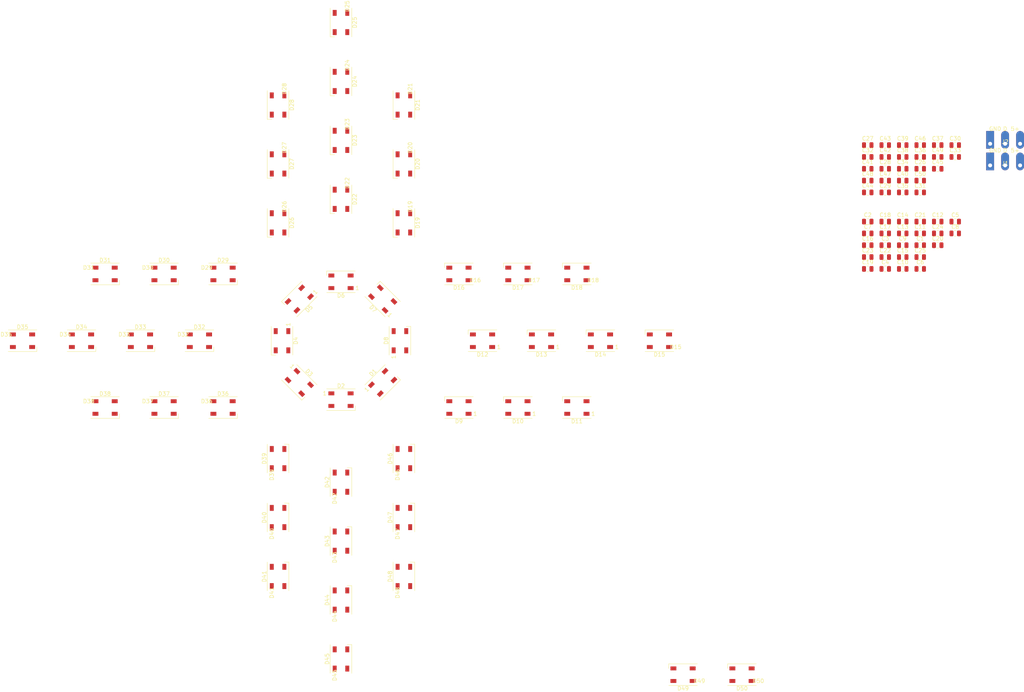
<source format=kicad_pcb>
(kicad_pcb (version 20211014) (generator pcbnew)
  (layers (0 "F.Cu" signal) (31 "B.Cu" signal) (34 "B.Paste" user) (35 "F.Paste" user) (36 "B.SilkS" user "B.Silkscreen") (37 "F.SilkS" user "F.Silkscreen") (38 "B.Mask" user) (39 "F.Mask" user) (44 "Edge.Cuts" user))
  (net 0 "")
  (net 1 "+5V")
  (net 2 "Net-(D1-Pad2)")
  (net 3 "GND")
  (net 4 "/25 LEDs/DIN")
  (net 5 "Net-(D2-Pad2)")
  (net 6 "Net-(D3-Pad2)")
  (net 7 "Net-(D4-Pad2)")
  (net 8 "Net-(D5-Pad2)")
  (net 9 "Net-(D6-Pad2)")
  (net 10 "Net-(D7-Pad2)")
  (net 11 "Net-(D8-Pad2)")
  (net 12 "Net-(D10-Pad4)")
  (net 13 "Net-(D10-Pad2)")
  (net 14 "Net-(D11-Pad2)")
  (net 15 "Net-(D12-Pad2)")
  (net 16 "Net-(D13-Pad2)")
  (net 17 "Net-(D14-Pad2)")
  (net 18 "Net-(D15-Pad2)")
  (net 19 "Net-(D16-Pad2)")
  (net 20 "Net-(D17-Pad2)")
  (net 21 "Net-(D18-Pad2)")
  (net 22 "Net-(D19-Pad2)")
  (net 23 "Net-(D20-Pad2)")
  (net 24 "Net-(D21-Pad2)")
  (net 25 "Net-(D22-Pad2)")
  (net 26 "Net-(D23-Pad2)")
  (net 27 "Net-(D24-Pad2)")
  (net 28 "/25 LEDs/DOUT")
  (net 29 "Net-(D26-Pad2)")
  (net 30 "Net-(D27-Pad2)")
  (net 31 "Net-(D28-Pad2)")
  (net 32 "Net-(D29-Pad2)")
  (net 33 "Net-(D30-Pad2)")
  (net 34 "Net-(D31-Pad2)")
  (net 35 "Net-(D32-Pad2)")
  (net 36 "Net-(D33-Pad2)")
  (net 37 "Net-(D34-Pad2)")
  (net 38 "Net-(D35-Pad2)")
  (net 39 "Net-(D36-Pad2)")
  (net 40 "Net-(D37-Pad2)")
  (net 41 "Net-(D38-Pad2)")
  (net 42 "Net-(D39-Pad2)")
  (net 43 "Net-(D40-Pad2)")
  (net 44 "Net-(D41-Pad2)")
  (net 45 "Net-(D42-Pad2)")
  (net 46 "Net-(D43-Pad2)")
  (net 47 "Net-(D44-Pad2)")
  (net 48 "Net-(D45-Pad2)")
  (net 49 "Net-(D46-Pad2)")
  (net 50 "Net-(D47-Pad2)")
  (net 51 "Net-(D48-Pad2)")
  (net 52 "Net-(D49-Pad2)")
  (net 53 "/25 LEDs1/DOUT")
  (footprint "LED_SMD:LED_WS2812B_PLCC4_5.0x5.0mm_P3.2mm" (layer "F.Cu") (at 96 114 90)
    (fp_text reference "D46" (at 0 -3.5 90) (layer "F.SilkS"))
    (fp_text value "WS2812B")
    (fp_text user "${REFERENCE}" (at -4.15 -1.6 90) (layer "F.SilkS"))
    (pad "1" smd rect (at -2.45 -1.6 90) (size 1.5 1) (layers "F.Cu" "F.Paste" "F.Mask") (net 1 "+5V"))
    (pad "2" smd rect (at -2.45 1.6 90) (size 1.5 1) (layers "F.Cu" "F.Paste" "F.Mask") (net 49 "Net-(D46-Pad2)"))
    (pad "3" smd rect (at 2.45 1.6 90) (size 1.5 1) (layers "F.Cu" "F.Paste" "F.Mask") (net 3 "GND"))
    (pad "4" smd rect (at 2.45 -1.6 90) (size 1.5 1) (layers "F.Cu" "F.Paste" "F.Mask") (net 48 "Net-(D45-Pad2)"))
  )
  (footprint "Capacitor_SMD:C_0805_2012Metric" (layer "F.Cu") (at 227.33 43.24)
    (fp_text reference "C50" (at 0 -1.68) (layer "F.SilkS"))
    (fp_text value "0.1 uF")
    (pad "1" smd roundrect (at -0.95 0) (size 1 1.45) (layers "F.Cu" "F.Paste" "F.Mask") (net 3 "GND"))
    (pad "2" smd roundrect (at 0.95 0) (size 1 1.45) (layers "F.Cu" "F.Paste" "F.Mask") (net 1 "+5V"))
  )
  (footprint "LED_SMD:LED_WS2812B_PLCC4_5.0x5.0mm_P3.2mm" (layer "F.Cu") (at 140 101 180)
    (fp_text reference "D11" (at 0 -3.5) (layer "F.SilkS"))
    (fp_text value "WS2812B")
    (fp_text user "1" (at -4.15 -1.6) (layer "F.SilkS"))
    (pad "1" smd rect (at -2.45 -1.6 180) (size 1.5 1) (layers "F.Cu" "F.Paste" "F.Mask") (net 1 "+5V"))
    (pad "2" smd rect (at -2.45 1.6 180) (size 1.5 1) (layers "F.Cu" "F.Paste" "F.Mask") (net 14 "Net-(D11-Pad2)"))
    (pad "3" smd rect (at 2.45 1.6 180) (size 1.5 1) (layers "F.Cu" "F.Paste" "F.Mask") (net 3 "GND"))
    (pad "4" smd rect (at 2.45 -1.6 180) (size 1.5 1) (layers "F.Cu" "F.Paste" "F.Mask") (net 13 "Net-(D10-Pad2)"))
  )
  (footprint "LED_SMD:LED_WS2812B_PLCC4_5.0x5.0mm_P3.2mm" (layer "F.Cu") (at 182 169 180)
    (fp_text reference "D50" (at 0 -3.5) (layer "F.SilkS"))
    (fp_text value "WS2812B")
    (fp_text user "${REFERENCE}" (at -4.15 -1.6) (layer "F.SilkS"))
    (pad "1" smd rect (at -2.45 -1.6 180) (size 1.5 1) (layers "F.Cu" "F.Paste" "F.Mask") (net 1 "+5V"))
    (pad "2" smd rect (at -2.45 1.6 180) (size 1.5 1) (layers "F.Cu" "F.Paste" "F.Mask") (net 53 "/25 LEDs1/DOUT"))
    (pad "3" smd rect (at 2.45 1.6 180) (size 1.5 1) (layers "F.Cu" "F.Paste" "F.Mask") (net 3 "GND"))
    (pad "4" smd rect (at 2.45 -1.6 180) (size 1.5 1) (layers "F.Cu" "F.Paste" "F.Mask") (net 52 "Net-(D49-Pad2)"))
  )
  (footprint "Capacitor_SMD:C_0805_2012Metric" (layer "F.Cu") (at 236.23 34.21)
    (fp_text reference "C30" (at 0 -1.68) (layer "F.SilkS"))
    (fp_text value "0.1 uF")
    (pad "1" smd roundrect (at -0.95 0) (size 1 1.45) (layers "F.Cu" "F.Paste" "F.Mask") (net 3 "GND"))
    (pad "2" smd roundrect (at 0.95 0) (size 1 1.45) (layers "F.Cu" "F.Paste" "F.Mask") (net 1 "+5V"))
  )
  (footprint "LED_SMD:LED_WS2812B_PLCC4_5.0x5.0mm_P3.2mm" (layer "F.Cu") (at 29 84)
    (fp_text reference "D33" (at 0 -3.5) (layer "F.SilkS"))
    (fp_text value "WS2812B")
    (fp_text user "${REFERENCE}" (at -4.15 -1.6) (layer "F.SilkS"))
    (pad "1" smd rect (at -2.45 -1.6) (size 1.5 1) (layers "F.Cu" "F.Paste" "F.Mask") (net 1 "+5V"))
    (pad "2" smd rect (at -2.45 1.6) (size 1.5 1) (layers "F.Cu" "F.Paste" "F.Mask") (net 36 "Net-(D33-Pad2)"))
    (pad "3" smd rect (at 2.45 1.6) (size 1.5 1) (layers "F.Cu" "F.Paste" "F.Mask") (net 3 "GND"))
    (pad "4" smd rect (at 2.45 -1.6) (size 1.5 1) (layers "F.Cu" "F.Paste" "F.Mask") (net 35 "Net-(D32-Pad2)"))
  )
  (footprint "Capacitor_SMD:C_0805_2012Metric" (layer "F.Cu") (at 213.98 59.69)
    (fp_text reference "C16" (at 0 -1.68) (layer "F.SilkS"))
    (fp_text value "0.1 uF")
    (pad "1" smd roundrect (at -0.95 0) (size 1 1.45) (layers "F.Cu" "F.Paste" "F.Mask") (net 3 "GND"))
    (pad "2" smd roundrect (at 0.95 0) (size 1 1.45) (layers "F.Cu" "F.Paste" "F.Mask") (net 1 "+5V"))
  )
  (footprint "LED_SMD:LED_WS2812B_PLCC4_5.0x5.0mm_P3.2mm" (layer "F.Cu") (at 14 84)
    (fp_text reference "D34" (at 0 -3.5) (layer "F.SilkS"))
    (fp_text value "WS2812B")
    (fp_text user "${REFERENCE}" (at -4.15 -1.6) (layer "F.SilkS"))
    (pad "1" smd rect (at -2.45 -1.6) (size 1.5 1) (layers "F.Cu" "F.Paste" "F.Mask") (net 1 "+5V"))
    (pad "2" smd rect (at -2.45 1.6) (size 1.5 1) (layers "F.Cu" "F.Paste" "F.Mask") (net 37 "Net-(D34-Pad2)"))
    (pad "3" smd rect (at 2.45 1.6) (size 1.5 1) (layers "F.Cu" "F.Paste" "F.Mask") (net 3 "GND"))
    (pad "4" smd rect (at 2.45 -1.6) (size 1.5 1) (layers "F.Cu" "F.Paste" "F.Mask") (net 36 "Net-(D33-Pad2)"))
  )
  (footprint "LED_SMD:LED_WS2812B_PLCC4_5.0x5.0mm_P3.2mm" (layer "F.Cu") (at 80 165 90)
    (fp_text reference "D45" (at 0 -3.5 90) (layer "F.SilkS"))
    (fp_text value "WS2812B")
    (fp_text user "${REFERENCE}" (at -4.15 -1.6 90) (layer "F.SilkS"))
    (pad "1" smd rect (at -2.45 -1.6 90) (size 1.5 1) (layers "F.Cu" "F.Paste" "F.Mask") (net 1 "+5V"))
    (pad "2" smd rect (at -2.45 1.6 90) (size 1.5 1) (layers "F.Cu" "F.Paste" "F.Mask") (net 48 "Net-(D45-Pad2)"))
    (pad "3" smd rect (at 2.45 1.6 90) (size 1.5 1) (layers "F.Cu" "F.Paste" "F.Mask") (net 3 "GND"))
    (pad "4" smd rect (at 2.45 -1.6 90) (size 1.5 1) (layers "F.Cu" "F.Paste" "F.Mask") (net 47 "Net-(D44-Pad2)"))
  )
  (footprint "Capacitor_SMD:C_0805_2012Metric" (layer "F.Cu") (at 218.43 53.67)
    (fp_text reference "C18" (at 0 -1.68) (layer "F.SilkS"))
    (fp_text value "0.1 uF")
    (pad "1" smd roundrect (at -0.95 0) (size 1 1.45) (layers "F.Cu" "F.Paste" "F.Mask") (net 3 "GND"))
    (pad "2" smd roundrect (at 0.95 0) (size 1 1.45) (layers "F.Cu" "F.Paste" "F.Mask") (net 1 "+5V"))
  )
  (footprint "Library:3 pin LED conn" (layer "F.Cu") (at 248.92 33.87)
    (fp_text reference "J2" (at 0 -0.5 unlocked) (layer "F.SilkS"))
    (fp_text value "Conn_01x03")
    (fp_text user "GND" (at -2.54 -3.81 unlocked) (layer "F.SilkS"))
    (fp_text user "D" (at 0 -3.81 unlocked) (layer "F.SilkS"))
    (fp_text user "5+" (at 2.54 -3.81 unlocked) (layer "F.SilkS"))
    (pad "1" thru_hole oval (at 3.81 0) (size 2 4.5) (drill 1 (offset 0 -1)) (layers *.Cu *.Mask) (net 1 "+5V"))
    (pad "2" thru_hole oval (at 0 0) (size 2 4.5) (drill 1 (offset 0 -1)) (layers *.Cu *.Mask) (net 53 "/25 LEDs1/DOUT"))
    (pad "3" thru_hole rect (at -3.81 0) (size 2 4.5) (drill 1 (offset 0 -1)) (layers *.Cu *.Mask) (net 3 "GND"))
  )
  (footprint "LED_SMD:LED_WS2812B_PLCC4_5.0x5.0mm_P3.2mm" (layer "F.Cu") (at 94.999999 84 90)
    (fp_text reference "D8" (at 0 -3.5 90) (layer "F.SilkS"))
    (fp_text value "WS2812B")
    (fp_text user "1" (at -4.15 -1.6 90) (layer "F.SilkS"))
    (pad "1" smd rect (at -2.45 -1.6 90) (size 1.5 1) (layers "F.Cu" "F.Paste" "F.Mask") (net 1 "+5V"))
    (pad "2" smd rect (at -2.45 1.6 90) (size 1.5 1) (layers "F.Cu" "F.Paste" "F.Mask") (net 11 "Net-(D8-Pad2)"))
    (pad "3" smd rect (at 2.45 1.6 90) (size 1.5 1) (layers "F.Cu" "F.Paste" "F.Mask") (net 3 "GND"))
    (pad "4" smd rect (at 2.45 -1.6 90) (size 1.5 1) (layers "F.Cu" "F.Paste" "F.Mask") (net 10 "Net-(D7-Pad2)"))
  )
  (footprint "Capacitor_SMD:C_0805_2012Metric" (layer "F.Cu") (at 222.88 46.25)
    (fp_text reference "C35" (at 0 -1.68) (layer "F.SilkS"))
    (fp_text value "0.1 uF")
    (pad "1" smd roundrect (at -0.95 0) (size 1 1.45) (layers "F.Cu" "F.Paste" "F.Mask") (net 3 "GND"))
    (pad "2" smd roundrect (at 0.95 0) (size 1 1.45) (layers "F.Cu" "F.Paste" "F.Mask") (net 1 "+5V"))
  )
  (footprint "Capacitor_SMD:C_0805_2012Metric" (layer "F.Cu") (at 222.88 40.23)
    (fp_text reference "C34" (at 0 -1.68) (layer "F.SilkS"))
    (fp_text value "0.1 uF")
    (pad "1" smd roundrect (at -0.95 0) (size 1 1.45) (layers "F.Cu" "F.Paste" "F.Mask") (net 3 "GND"))
    (pad "2" smd roundrect (at 0.95 0) (size 1 1.45) (layers "F.Cu" "F.Paste" "F.Mask") (net 1 "+5V"))
  )
  (footprint "Capacitor_SMD:C_0805_2012Metric" (layer "F.Cu") (at 213.98 56.68)
    (fp_text reference "C7" (at 0 -1.68) (layer "F.SilkS"))
    (fp_text value "0.1 uF")
    (pad "1" smd roundrect (at -0.95 0) (size 1 1.45) (layers "F.Cu" "F.Paste" "F.Mask") (net 3 "GND"))
    (pad "2" smd roundrect (at 0.95 0) (size 1 1.45) (layers "F.Cu" "F.Paste" "F.Mask") (net 1 "+5V"))
  )
  (footprint "LED_SMD:LED_WS2812B_PLCC4_5.0x5.0mm_P3.2mm" (layer "F.Cu") (at 64 39 -90)
    (fp_text reference "D27" (at 0 -3.5 90) (layer "F.SilkS"))
    (fp_text value "WS2812B")
    (fp_text user "${REFERENCE}" (at -4.15 -1.6 90) (layer "F.SilkS"))
    (pad "1" smd rect (at -2.45 -1.6 270) (size 1.5 1) (layers "F.Cu" "F.Paste" "F.Mask") (net 1 "+5V"))
    (pad "2" smd rect (at -2.45 1.6 270) (size 1.5 1) (layers "F.Cu" "F.Paste" "F.Mask") (net 30 "Net-(D27-Pad2)"))
    (pad "3" smd rect (at 2.45 1.6 270) (size 1.5 1) (layers "F.Cu" "F.Paste" "F.Mask") (net 3 "GND"))
    (pad "4" smd rect (at 2.45 -1.6 270) (size 1.5 1) (layers "F.Cu" "F.Paste" "F.Mask") (net 29 "Net-(D26-Pad2)"))
  )
  (footprint "Capacitor_SMD:C_0805_2012Metric" (layer "F.Cu") (at 231.78 59.69)
    (fp_text reference "C20" (at 0 -1.68) (layer "F.SilkS"))
    (fp_text value "0.1 uF")
    (pad "1" smd roundrect (at -0.95 0) (size 1 1.45) (layers "F.Cu" "F.Paste" "F.Mask") (net 3 "GND"))
    (pad "2" smd roundrect (at 0.95 0) (size 1 1.45) (layers "F.Cu" "F.Paste" "F.Mask") (net 1 "+5V"))
  )
  (footprint "LED_SMD:LED_WS2812B_PLCC4_5.0x5.0mm_P3.2mm" (layer "F.Cu") (at 96 54 -90)
    (fp_text reference "D19" (at 0 -3.5 90) (layer "F.SilkS"))
    (fp_text value "WS2812B")
    (fp_text user "${REFERENCE}" (at -4.15 -1.6 90) (layer "F.SilkS"))
    (pad "1" smd rect (at -2.45 -1.6 270) (size 1.5 1) (layers "F.Cu" "F.Paste" "F.Mask") (net 1 "+5V"))
    (pad "2" smd rect (at -2.45 1.6 270) (size 1.5 1) (layers "F.Cu" "F.Paste" "F.Mask") (net 22 "Net-(D19-Pad2)"))
    (pad "3" smd rect (at 2.45 1.6 270) (size 1.5 1) (layers "F.Cu" "F.Paste" "F.Mask") (net 3 "GND"))
    (pad "4" smd rect (at 2.45 -1.6 270) (size 1.5 1) (layers "F.Cu" "F.Paste" "F.Mask") (net 21 "Net-(D18-Pad2)"))
  )
  (footprint "Capacitor_SMD:C_0805_2012Metric" (layer "F.Cu") (at 213.98 40.23)
    (fp_text reference "C41" (at 0 -1.68) (layer "F.SilkS"))
    (fp_text value "0.1 uF")
    (pad "1" smd roundrect (at -0.95 0) (size 1 1.45) (layers "F.Cu" "F.Paste" "F.Mask") (net 3 "GND"))
    (pad "2" smd roundrect (at 0.95 0) (size 1 1.45) (layers "F.Cu" "F.Paste" "F.Mask") (net 1 "+5V"))
  )
  (footprint "Capacitor_SMD:C_0805_2012Metric" (layer "F.Cu") (at 227.33 59.69)
    (fp_text reference "C1" (at 0 -1.68) (layer "F.SilkS"))
    (fp_text value "0.1 uF")
    (pad "1" smd roundrect (at -0.95 0) (size 1 1.45) (layers "F.Cu" "F.Paste" "F.Mask") (net 3 "GND"))
    (pad "2" smd roundrect (at 0.95 0) (size 1 1.45) (layers "F.Cu" "F.Paste" "F.Mask") (net 1 "+5V"))
  )
  (footprint "Capacitor_SMD:C_0805_2012Metric" (layer "F.Cu") (at 227.33 46.25)
    (fp_text reference "C31" (at 0 -1.68) (layer "F.SilkS"))
    (fp_text value "0.1 uF")
    (pad "1" smd roundrect (at -0.95 0) (size 1 1.45) (layers "F.Cu" "F.Paste" "F.Mask") (net 3 "GND"))
    (pad "2" smd roundrect (at 0.95 0) (size 1 1.45) (layers "F.Cu" "F.Paste" "F.Mask") (net 1 "+5V"))
  )
  (footprint "Capacitor_SMD:C_0805_2012Metric" (layer "F.Cu") (at 231.78 37.22)
    (fp_text reference "C49" (at 0 -1.68) (layer "F.SilkS"))
    (fp_text value "0.1 uF")
    (pad "1" smd roundrect (at -0.95 0) (size 1 1.45) (layers "F.Cu" "F.Paste" "F.Mask") (net 3 "GND"))
    (pad "2" smd roundrect (at 0.95 0) (size 1 1.45) (layers "F.Cu" "F.Paste" "F.Mask") (net 1 "+5V"))
  )
  (footprint "Capacitor_SMD:C_0805_2012Metric" (layer "F.Cu") (at 236.23 37.22)
    (fp_text reference "C33" (at 0 -1.68) (layer "F.SilkS"))
    (fp_text value "0.1 uF")
    (pad "1" smd roundrect (at -0.95 0) (size 1 1.45) (layers "F.Cu" "F.Paste" "F.Mask") (net 3 "GND"))
    (pad "2" smd roundrect (at 0.95 0) (size 1 1.45) (layers "F.Cu" "F.Paste" "F.Mask") (net 1 "+5V"))
  )
  (footprint "Capacitor_SMD:C_0805_2012Metric" (layer "F.Cu") (at 236.23 53.67)
    (fp_text reference "C5" (at 0 -1.68) (layer "F.SilkS"))
    (fp_text value "0.1 uF")
    (pad "1" smd roundrect (at -0.95 0) (size 1 1.45) (layers "F.Cu" "F.Paste" "F.Mask") (net 3 "GND"))
    (pad "2" smd roundrect (at 0.95 0) (size 1 1.45) (layers "F.Cu" "F.Paste" "F.Mask") (net 1 "+5V"))
  )
  (footprint "LED_SMD:LED_WS2812B_PLCC4_5.0x5.0mm_P3.2mm" (layer "F.Cu") (at 90.606601 73.393398 135)
    (fp_text reference "D7" (at 0 -3.5 135) (layer "F.SilkS"))
    (fp_text value "WS2812B")
    (fp_text user "1" (at -4.15 -1.6 135) (layer "F.SilkS"))
    (pad "1" smd rect (at -2.45 -1.6 135) (size 1.5 1) (layers "F.Cu" "F.Paste" "F.Mask") (net 1 "+5V"))
    (pad "2" smd rect (at -2.45 1.6 135) (size 1.5 1) (layers "F.Cu" "F.Paste" "F.Mask") (net 10 "Net-(D7-Pad2)"))
    (pad "3" smd rect (at 2.45 1.6 135) (size 1.5 1) (layers "F.Cu" "F.Paste" "F.Mask") (net 3 "GND"))
    (pad "4" smd rect (at 2.45 -1.6 135) (size 1.5 1) (layers "F.Cu" "F.Paste" "F.Mask") (net 9 "Net-(D6-Pad2)"))
  )
  (footprint "LED_SMD:LED_WS2812B_PLCC4_5.0x5.0mm_P3.2mm" (layer "F.Cu") (at 65 84 -90)
    (fp_text reference "D4" (at 0 -3.499999 90) (layer "F.SilkS"))
    (fp_text value "WS2812B")
    (fp_text user "1" (at -4.15 -1.599999 90) (layer "F.SilkS"))
    (pad "1" smd rect (at -2.45 -1.6 270) (size 1.5 1) (layers "F.Cu" "F.Paste" "F.Mask") (net 1 "+5V"))
    (pad "2" smd rect (at -2.45 1.6 270) (size 1.5 1) (layers "F.Cu" "F.Paste" "F.Mask") (net 7 "Net-(D4-Pad2)"))
    (pad "3" smd rect (at 2.45 1.6 270) (size 1.5 1) (layers "F.Cu" "F.Paste" "F.Mask") (net 3 "GND"))
    (pad "4" smd rect (at 2.45 -1.6 270) (size 1.5 1) (layers "F.Cu" "F.Paste" "F.Mask") (net 6 "Net-(D3-Pad2)"))
  )
  (footprint "Capacitor_SMD:C_0805_2012Metric" (layer "F.Cu") (at 222.88 65.71)
    (fp_text reference "C10" (at 0 -1.68) (layer "F.SilkS"))
    (fp_text value "0.1 uF")
    (pad "1" smd roundrect (at -0.95 0) (size 1 1.45) (layers "F.Cu" "F.Paste" "F.Mask") (net 3 "GND"))
    (pad "2" smd roundrect (at 0.95 0) (size 1 1.45) (layers "F.Cu" "F.Paste" "F.Mask") (net 1 "+5V"))
  )
  (footprint "Capacitor_SMD:C_0805_2012Metric" (layer "F.Cu") (at 213.98 37.22)
    (fp_text reference "C32" (at 0 -1.68) (layer "F.SilkS"))
    (fp_text value "0.1 uF")
    (pad "1" smd roundrect (at -0.95 0) (size 1 1.45) (layers "F.Cu" "F.Paste" "F.Mask") (net 3 "GND"))
    (pad "2" smd roundrect (at 0.95 0) (size 1 1.45) (layers "F.Cu" "F.Paste" "F.Mask") (net 1 "+5V"))
  )
  (footprint "LED_SMD:LED_WS2812B_PLCC4_5.0x5.0mm_P3.2mm" (layer "F.Cu") (at 69.393397 94.606602 -45)
    (fp_text reference "D3" (at 0 -3.5 135) (layer "F.SilkS"))
    (fp_text value "WS2812B")
    (fp_text user "1" (at -4.15 -1.6 135) (layer "F.SilkS"))
    (pad "1" smd rect (at -2.45 -1.6 315) (size 1.5 1) (layers "F.Cu" "F.Paste" "F.Mask") (net 1 "+5V"))
    (pad "2" smd rect (at -2.45 1.6 315) (size 1.5 1) (layers "F.Cu" "F.Paste" "F.Mask") (net 6 "Net-(D3-Pad2)"))
    (pad "3" smd rect (at 2.45 1.6 315) (size 1.5 1) (layers "F.Cu" "F.Paste" "F.Mask") (net 3 "GND"))
    (pad "4" smd rect (at 2.45 -1.6 315) (size 1.5 1) (layers "F.Cu" "F.Paste" "F.Mask") (net 5 "Net-(D2-Pad2)"))
  )
  (footprint "Capacitor_SMD:C_0805_2012Metric" (layer "F.Cu") (at 218.43 37.22)
    (fp_text reference "C42" (at 0 -1.68) (layer "F.SilkS"))
    (fp_text value "0.1 uF")
    (pad "1" smd roundrect (at -0.95 0) (size 1 1.45) (layers "F.Cu" "F.Paste" "F.Mask") (net 3 "GND"))
    (pad "2" smd roundrect (at 0.95 0) (size 1 1.45) (layers "F.Cu" "F.Paste" "F.Mask") (net 1 "+5V"))
  )
  (footprint "Capacitor_SMD:C_0805_2012Metric" (layer "F.Cu") (at 218.43 59.69)
    (fp_text reference "C3" (at 0 -1.68) (layer "F.SilkS"))
    (fp_text value "0.1 uF")
    (pad "1" smd roundrect (at -0.95 0) (size 1 1.45) (layers "F.Cu" "F.Paste" "F.Mask") (net 3 "GND"))
    (pad "2" smd roundrect (at 0.95 0) (size 1 1.45) (layers "F.Cu" "F.Paste" "F.Mask") (net 1 "+5V"))
  )
  (footprint "Capacitor_SMD:C_0805_2012Metric" (layer "F.Cu") (at 227.33 53.67)
    (fp_text reference "C21" (at 0 -1.68) (layer "F.SilkS"))
    (fp_text value "0.1 uF")
    (pad "1" smd roundrect (at -0.95 0) (size 1 1.45) (layers "F.Cu" "F.Paste" "F.Mask") (net 3 "GND"))
    (pad "2" smd roundrect (at 0.95 0) (size 1 1.45) (layers "F.Cu" "F.Paste" "F.Mask") (net 1 "+5V"))
  )
  (footprint "LED_SMD:LED_WS2812B_PLCC4_5.0x5.0mm_P3.2mm" (layer "F.Cu") (at -1 84)
    (fp_text reference "D35" (at 0 -3.5) (layer "F.SilkS"))
    (fp_text value "WS2812B")
    (fp_text user "${REFERENCE}" (at -4.15 -1.6) (layer "F.SilkS"))
    (pad "1" smd rect (at -2.45 -1.6) (size 1.5 1) (layers "F.Cu" "F.Paste" "F.Mask") (net 1 "+5V"))
    (pad "2" smd rect (at -2.45 1.6) (size 1.5 1) (layers "F.Cu" "F.Paste" "F.Mask") (net 38 "Net-(D35-Pad2)"))
    (pad "3" smd rect (at 2.45 1.6) (size 1.5 1) (layers "F.Cu" "F.Paste" "F.Mask") (net 3 "GND"))
    (pad "4" smd rect (at 2.45 -1.6) (size 1.5 1) (layers "F.Cu" "F.Paste" "F.Mask") (net 37 "Net-(D34-Pad2)"))
  )
  (footprint "Capacitor_SMD:C_0805_2012Metric" (layer "F.Cu") (at 213.98 43.24)
    (fp_text reference "C48" (at 0 -1.68) (layer "F.SilkS"))
    (fp_text value "0.1 uF")
    (pad "1" smd roundrect (at -0.95 0) (size 1 1.45) (layers "F.Cu" "F.Paste" "F.Mask") (net 3 "GND"))
    (pad "2" smd roundrect (at 0.95 0) (size 1 1.45) (layers "F.Cu" "F.Paste" "F.Mask") (net 1 "+5V"))
  )
  (footprint "Capacitor_SMD:C_0805_2012Metric" (layer "F.Cu") (at 227.33 56.68)
    (fp_text reference "C11" (at 0 -1.68) (layer "F.SilkS"))
    (fp_text value "0.1 uF")
    (pad "1" smd roundrect (at -0.95 0) (size 1 1.45) (layers "F.Cu" "F.Paste" "F.Mask") (net 3 "GND"))
    (pad "2" smd roundrect (at 0.95 0) (size 1 1.45) (layers "F.Cu" "F.Paste" "F.Mask") (net 1 "+5V"))
  )
  (footprint "LED_SMD:LED_WS2812B_PLCC4_5.0x5.0mm_P3.2mm" (layer "F.Cu") (at 20 101)
    (fp_text reference "D38" (at 0 -3.5) (layer "F.SilkS"))
    (fp_text value "WS2812B")
    (fp_text user "${REFERENCE}" (at -4.15 -1.6) (layer "F.SilkS"))
    (pad "1" smd rect (at -2.45 -1.6) (size 1.5 1) (layers "F.Cu" "F.Paste" "F.Mask") (net 1 "+5V"))
    (pad "2" smd rect (at -2.45 1.6) (size 1.5 1) (layers "F.Cu" "F.Paste" "F.Mask") (net 41 "Net-(D38-Pad2)"))
    (pad "3" smd rect (at 2.45 1.6) (size 1.5 1) (layers "F.Cu" "F.Paste" "F.Mask") (net 3 "GND"))
    (pad "4" smd rect (at 2.45 -1.6) (size 1.5 1) (layers "F.Cu" "F.Paste" "F.Mask") (net 40 "Net-(D37-Pad2)"))
  )
  (footprint "Capacitor_SMD:C_0805_2012Metric" (layer "F.Cu") (at 227.33 65.71)
    (fp_text reference "C6" (at 0 -1.68) (layer "F.SilkS"))
    (fp_text value "0.1 uF")
    (pad "1" smd roundrect (at -0.95 0) (size 1 1.45) (layers "F.Cu" "F.Paste" "F.Mask") (net 3 "GND"))
    (pad "2" smd roundrect (at 0.95 0) (size 1 1.45) (layers "F.Cu" "F.Paste" "F.Mask") (net 1 "+5V"))
  )
  (footprint "LED_SMD:LED_WS2812B_PLCC4_5.0x5.0mm_P3.2mm" (layer "F.Cu") (at 35 67)
    (fp_text reference "D30" (at 0 -3.5) (layer "F.SilkS"))
    (fp_text value "WS2812B")
    (fp_text user "${REFERENCE}" (at -4.15 -1.6) (layer "F.SilkS"))
    (pad "1" smd rect (at -2.45 -1.6) (size 1.5 1) (layers "F.Cu" "F.Paste" "F.Mask") (net 1 "+5V"))
    (pad "2" smd rect (at -2.45 1.6) (size 1.5 1) (layers "F.Cu" "F.Paste" "F.Mask") (net 33 "Net-(D30-Pad2)"))
    (pad "3" smd rect (at 2.45 1.6) (size 1.5 1) (layers "F.Cu" "F.Paste" "F.Mask") (net 3 "GND"))
    (pad "4" smd rect (at 2.45 -1.6) (size 1.5 1) (layers "F.Cu" "F.Paste" "F.Mask") (net 32 "Net-(D29-Pad2)"))
  )
  (footprint "LED_SMD:LED_WS2812B_PLCC4_5.0x5.0mm_P3.2mm" (layer "F.Cu") (at 80 99)
    (fp_text reference "D2" (at -0.000001 -3.5) (layer "F.SilkS"))
    (fp_text value "WS2812B")
    (fp_text user "1" (at -4.150001 -1.6) (layer "F.SilkS"))
    (pad "1" smd rect (at -2.45 -1.6) (size 1.5 1) (layers "F.Cu" "F.Paste" "F.Mask") (net 1 "+5V"))
    (pad "2" smd rect (at -2.45 1.6) (size 1.5 1) (layers "F.Cu" "F.Paste" "F.Mask") (net 5 "Net-(D2-Pad2)"))
    (pad "3" smd rect (at 2.45 1.6) (size 1.5 1) (layers "F.Cu" "F.Paste" "F.Mask") (net 3 "GND"))
    (pad "4" smd rect (at 2.45 -1.6) (size 1.5 1) (layers "F.Cu" "F.Paste" "F.Mask") (net 2 "Net-(D1-Pad2)"))
  )
  (footprint "LED_SMD:LED_WS2812B_PLCC4_5.0x5.0mm_P3.2mm" (layer "F.Cu") (at 64 54 -90)
    (fp_text reference "D26" (at 0 -3.5 90) (layer "F.SilkS"))
    (fp_text value "WS2812B")
    (fp_text user "${REFERENCE}" (at -4.15 -1.6 90) (layer "F.SilkS"))
    (pad "1" smd rect (at -2.45 -1.6 270) (size 1.5 1) (layers "F.Cu" "F.Paste" "F.Mask") (net 1 "+5V"))
    (pad "2" smd rect (at -2.45 1.6 270) (size 1.5 1) (layers "F.Cu" "F.Paste" "F.Mask") (net 29 "Net-(D26-Pad2)"))
    (pad "3" smd rect (at 2.45 1.6 270) (size 1.5 1) (layers "F.Cu" "F.Paste" "F.Mask") (net 3 "GND"))
    (pad "4" smd rect (at 2.45 -1.6 270) (size 1.5 1) (layers "F.Cu" "F.Paste" "F.Mask") (net 28 "/25 LEDs/DOUT"))
  )
  (footprint "LED_SMD:LED_WS2812B_PLCC4_5.0x5.0mm_P3.2mm" (layer "F.Cu") (at 116 84 180)
    (fp_text reference "D12" (at 0 -3.5) (layer "F.SilkS"))
    (fp_text value "WS2812B")
    (fp_text user "1" (at -4.15 -1.6) (layer "F.SilkS"))
    (pad "1" smd rect (at -2.45 -1.6 180) (size 1.5 1) (layers "F.Cu" "F.Paste" "F.Mask") (net 1 "+5V"))
    (pad "2" smd rect (at -2.45 1.6 180) (size 1.5 1) (layers "F.Cu" "F.Paste" "F.Mask") (net 15 "Net-(D12-Pad2)"))
    (pad "3" smd rect (at 2.45 1.6 180) (size 1.5 1) (layers "F.Cu" "F.Paste" "F.Mask") (net 3 "GND"))
    (pad "4" smd rect (at 2.45 -1.6 180) (size 1.5 1) (layers "F.Cu" "F.Paste" "F.Mask") (net 14 "Net-(D11-Pad2)"))
  )
  (footprint "LED_SMD:LED_WS2812B_PLCC4_5.0x5.0mm_P3.2mm" (layer "F.Cu") (at 161 84 180)
    (fp_text reference "D15" (at 0 -3.5) (layer "F.SilkS"))
    (fp_text value "WS2812B")
    (fp_text user "${REFERENCE}" (at -4.15 -1.6) (layer "F.SilkS"))
    (pad "1" smd rect (at -2.45 -1.6 180) (size 1.5 1) (layers "F.Cu" "F.Paste" "F.Mask") (net 1 "+5V"))
    (pad "2" smd rect (at -2.45 1.6 180) (size 1.5 1) (layers "F.Cu" "F.Paste" "F.Mask") (net 18 "Net-(D15-Pad2)"))
    (pad "3" smd rect (at 2.45 1.6 180) (size 1.5 1) (layers "F.Cu" "F.Paste" "F.Mask") (net 3 "GND"))
    (pad "4" smd rect (at 2.45 -1.6 180) (size 1.5 1) (layers "F.Cu" "F.Paste" "F.Mask") (net 17 "Net-(D14-Pad2)"))
  )
  (footprint "LED_SMD:LED_WS2812B_PLCC4_5.0x5.0mm_P3.2mm" (layer "F.Cu") (at 69.393397 73.393398 -135)
    (fp_text reference "D5" (at 0 -3.5 45) (layer "F.SilkS"))
    (fp_text value "WS2812B")
    (fp_text user "1" (at -4.15 -1.6 45) (layer "F.SilkS"))
    (pad "1" smd rect (at -2.45 -1.6 225) (size 1.5 1) (layers "F.Cu" "F.Paste" "F.Mask") (net 1 "+5V"))
    (pad "2" smd rect (at -2.45 1.6 225) (size 1.5 1) (layers "F.Cu" "F.Paste" "F.Mask") (net 8 "Net-(D5-Pad2)"))
    (pad "3" smd rect (at 2.45 1.6 225) (size 1.5 1) (layers "F.Cu" "F.Paste" "F.Mask") (net 3 "GND"))
    (pad "4" smd rect (at 2.45 -1.6 225) (size 1.5 1) (layers "F.Cu" "F.Paste" "F.Mask") (net 7 "Net-(D4-Pad2)"))
  )
  (footprint "LED_SMD:LED_WS2812B_PLCC4_5.0x5.0mm_P3.2mm" (layer "F.Cu") (at 80 33 -90)
    (fp_text reference "D23" (at 0 -3.5 90) (layer "F.SilkS"))
    (fp_text value "WS2812B")
    (fp_text user "${REFERENCE}" (at -4.15 -1.6 90) (layer "F.SilkS"))
    (pad "1" smd rect (at -2.45 -1.6 270) (size 1.5 1) (layers "F.Cu" "F.Paste" "F.Mask") (net 1 "+5V"))
    (pad "2" smd rect (at -2.45 1.6 270) (size 1.5 1) (layers "F.Cu" "F.Paste" "F.Mask") (net 26 "Net-(D23-Pad2)"))
    (pad "3" smd rect (at 2.45 1.6 270) (size 1.5 1) (layers "F.Cu" "F.Paste" "F.Mask") (net 3 "GND"))
    (pad "4" smd rect (at 2.45 -1.6 270) (size 1.5 1) (layers "F.Cu" "F.Paste" "F.Mask") (net 25 "Net-(D22-Pad2)"))
  )
  (footprint "Capacitor_SMD:C_0805_2012Metric" (layer "F.Cu") (at 222.88 37.22)
    (fp_text reference "C38" (at 0 -1.68) (layer "F.SilkS"))
    (fp_text value "0.1 uF")
    (pad "1" smd roundrect (at -0.95 0) (size 1 1.45) (layers "F.Cu" "F.Paste" "F.Mask") (net 3 "GND"))
    (pad "2" smd roundrect (at 0.95 0) (size 1 1.45) (layers "F.Cu" "F.Paste" "F.Mask") (net 1 "+5V"))
  )
  (footprint "LED_SMD:LED_WS2812B_PLCC4_5.0x5.0mm_P3.2mm" (layer "F.Cu") (at 125 101 180)
    (fp_text reference "D10" (at 0 -3.5) (layer "F.SilkS"))
    (fp_text value "WS2812B")
    (fp_text user "1" (at -4.15 -1.6) (layer "F.SilkS"))
    (pad "1" smd rect (at -2.45 -1.6 180) (size 1.5 1) (layers "F.Cu" "F.Paste" "F.Mask") (net 1 "+5V"))
    (pad "2" smd rect (at -2.45 1.6 180) (size 1.5 1) (layers "F.Cu" "F.Paste" "F.Mask") (net 13 "Net-(D10-Pad2)"))
    (pad "3" smd rect (at 2.45 1.6 180) (size 1.5 1) (layers "F.Cu" "F.Paste" "F.Mask") (net 3 "GND"))
    (pad "4" smd rect (at 2.45 -1.6 180) (size 1.5 1) (layers "F.Cu" "F.Paste" "F.Mask") (net 12 "Net-(D10-Pad4)"))
  )
  (footprint "LED_SMD:LED_WS2812B_PLCC4_5.0x5.0mm_P3.2mm" (layer "F.Cu") (at 96 144 90)
    (fp_text reference "D48" (at 0 -3.5 90) (layer "F.SilkS"))
    (fp_text value "WS2812B")
    (fp_text user "${REFERENCE}" (at -4.15 -1.6 90) (layer "F.SilkS"))
    (pad "1" smd rect (at -2.45 -1.6 90) (size 1.5 1) (layers "F.Cu" "F.Paste" "F.Mask") (net 1 "+5V"))
    (pad "2" smd rect (at -2.45 1.6 90) (size 1.5 1) (layers "F.Cu" "F.Paste" "F.Mask") (net 51 "Net-(D48-Pad2)"))
    (pad "3" smd rect (at 2.45 1.6 90) (size 1.5 1) (layers "F.Cu" "F.Paste" "F.Mask") (net 3 "GND"))
    (pad "4" smd rect (at 2.45 -1.6 90) (size 1.5 1) (layers "F.Cu" "F.Paste" "F.Mask") (net 50 "Net-(D47-Pad2)"))
  )
  (footprint "Capacitor_SMD:C_0805_2012Metric" (layer "F.Cu") (at 231.78 34.21)
    (fp_text reference "C37" (at 0 -1.68) (layer "F.SilkS"))
    (fp_text value "0.1 uF")
    (pad "1" smd roundrect (at -0.95 0) (size 1 1.45) (layers "F.Cu" "F.Paste" "F.Mask") (net 3 "GND"))
    (pad "2" smd roundrect (at 0.95 0) (size 1 1.45) (layers "F.Cu" "F.Paste" "F.Mask") (net 1 "+5V"))
  )
  (footprint "LED_SMD:LED_WS2812B_PLCC4_5.0x5.0mm_P3.2mm" (layer "F.Cu") (at 80 69 180)
    (fp_text reference "D6" (at 0.000001 -3.5) (layer "F.SilkS"))
    (fp_text value "WS2812B")
    (fp_text user "1" (at -4.149999 -1.6) (layer "F.SilkS"))
    (pad "1" smd rect (at -2.45 -1.6 180) (size 1.5 1) (layers "F.Cu" "F.Paste" "F.Mask") (net 1 "+5V"))
    (pad "2" smd rect (at -2.45 1.6 180) (size 1.5 1) (layers "F.Cu" "F.Paste" "F.Mask") (net 9 "Net-(D6-Pad2)"))
    (pad "3" smd rect (at 2.45 1.6 180) (size 1.5 1) (layers "F.Cu" "F.Paste" "F.Mask") (net 3 "GND"))
    (pad "4" smd rect (at 2.45 -1.6 180) (size 1.5 1) (layers "F.Cu" "F.Paste" "F.Mask") (net 8 "Net-(D5-Pad2)"))
  )
  (footprint "LED_SMD:LED_WS2812B_PLCC4_5.0x5.0mm_P3.2mm" (layer "F.Cu") (at 167 169 180)
    (fp_text reference "D49" (at 0 -3.5) (layer "F.SilkS"))
    (fp_text value "WS2812B")
    (fp_text user "${REFERENCE}" (at -4.15 -1.6) (layer "F.SilkS"))
    (pad "1" smd rect (at -2.45 -1.6 180) (size 1.5 1) (layers "F.Cu" "F.Paste" "F.Mask") (net 1 "+5V"))
    (pad "2" smd rect (at -2.45 1.6 180) (size 1.5 1) (layers "F.Cu" "F.Paste" "F.Mask") (net 52 "Net-(D49-Pad2)"))
    (pad "3" smd rect (at 2.45 1.6 180) (size 1.5 1) (layers "F.Cu" "F.Paste" "F.Mask") (net 3 "GND"))
    (pad "4" smd rect (at 2.45 -1.6 180) (size 1.5 1) (layers "F.Cu" "F.Paste" "F.Mask") (net 51 "Net-(D48-Pad2)"))
  )
  (footprint "LED_SMD:LED_WS2812B_PLCC4_5.0x5.0mm_P3.2mm" (layer "F.Cu") (at 80 135 90)
    (fp_text reference "D43" (at 0 -3.5 90) (layer "F.SilkS"))
    (fp_text value "WS2812B")
    (fp_text user "${REFERENCE}" (at -4.15 -1.6 90) (layer "F.SilkS"))
    (pad "1" smd rect (at -2.45 -1.6 90) (size 1.5 1) (layers "F.Cu" "F.Paste" "F.Mask") (net 1 "+5V"))
    (pad "2" smd rect (at -2.45 1.6 90) (size 1.5 1) (layers "F.Cu" "F.Paste" "F.Mask") (net 46 "Net-(D43-Pad2)"))
    (pad "3" smd rect (at 2.45 1.6 90) (size 1.5 1) (layers "F.Cu" "F.Paste" "F.Mask") (net 3 "GND"))
    (pad "4" smd rect (at 2.45 -1.6 90) (size 1.5 1) (layers "F.Cu" "F.Paste" "F.Mask") (net 45 "Net-(D42-Pad2)"))
  )
  (footprint "LED_SMD:LED_WS2812B_PLCC4_5.0x5.0mm_P3.2mm" (layer "F.Cu") (at 44 84)
    (fp_text reference "D32" (at 0 -3.5) (layer "F.SilkS"))
    (fp_text value "WS2812B")
    (fp_text user "${REFERENCE}" (at -4.15 -1.6) (layer "F.SilkS"))
    (pad "1" smd rect (at -2.45 -1.6) (size 1.5 1) (layers "F.Cu" "F.Paste" "F.Mask") (net 1 "+5V"))
    (pad "2" smd rect (at -2.45 1.6) (size 1.5 1) (layers "F.Cu" "F.Paste" "F.Mask") (net 35 "Net-(D32-Pad2)"))
    (pad "3" smd rect (at 2.45 1.6) (size 1.5 1) (layers "F.Cu" "F.Paste" "F.Mask") (net 3 "GND"))
    (pad "4" smd rect (at 2.45 -1.6) (size 1.5 1) (layers "F.Cu" "F.Paste" "F.Mask") (net 34 "Net-(D31-Pad2)"))
  )
  (footprint "Capacitor_SMD:C_0805_2012Metric" (layer "F.Cu") (at 218.43 62.7)
    (fp_text reference "C22" (at 0 -1.68) (layer "F.SilkS"))
    (fp_text value "0.1 uF")
    (pad "1" smd roundrect (at -0.95 0) (size 1 1.45) (layers "F.Cu" "F.Paste" "F.Mask") (net 3 "GND"))
    (pad "2" smd roundrect (at 0.95 0) (size 1 1.45) (layers "F.Cu" "F.Paste" "F.Mask") (net 1 "+5V"))
  )
  (footprint "Capacitor_SMD:C_0805_2012Metric" (layer "F.Cu") (at 227.33 40.23)
    (fp_text reference "C26" (at 0 -1.68) (layer "F.SilkS"))
    (fp_text value "0.1 uF")
    (pad "1" smd roundrect (at -0.95 0) (size 1 1.45) (layers "F.Cu" "F.Paste" "F.Mask") (net 3 "GND"))
    (pad "2" smd roundrect (at 0.95 0) (size 1 1.45) (layers "F.Cu" "F.Paste" "F.Mask") (net 1 "+5V"))
  )
  (footprint "LED_SMD:LED_WS2812B_PLCC4_5.0x5.0mm_P3.2mm" (layer "F.Cu") (at 64 129 90)
    (fp_text reference "D40" (at 0 -3.5 90) (layer "F.SilkS"))
    (fp_text value "WS2812B")
    (fp_text user "${REFERENCE}" (at -4.15 -1.6 90) (layer "F.SilkS"))
    (pad "1" smd rect (at -2.45 -1.6 90) (size 1.5 1) (layers "F.Cu" "F.Paste" "F.Mask") (net 1 "+5V"))
    (pad "2" smd rect (at -2.45 1.6 90) (size 1.5 1) (layers "F.Cu" "F.Paste" "F.Mask") (net 43 "Net-(D40-Pad2)"))
    (pad "3" smd rect (at 2.45 1.6 90) (size 1.5 1) (layers "F.Cu" "F.Paste" "F.Mask") (net 3 "GND"))
    (pad "4" smd rect (at 2.45 -1.6 90) (size 1.5 1) (layers "F.Cu" "F.Paste" "F.Mask") (net 42 "Net-(D39-Pad2)"))
  )
  (footprint "Capacitor_SMD:C_0805_2012Metric" (layer "F.Cu") (at 227.33 34.21)
    (fp_text reference "C46" (at 0 -1.68) (layer "F.SilkS"))
    (fp_text value "0.1 uF")
    (pad "1" smd roundrect (at -0.95 0) (size 1 1.45) (layers "F.Cu" "F.Paste" "F.Mask") (net 3 "GND"))
    (pad "2" smd roundrect (at 0.95 0) (size 1 1.45) (layers "F.Cu" "F.Paste" "F.Mask") (net 1 "+5V"))
  )
  (footprint "Library:3 pin LED conn" (layer "F.Cu") (at 248.92 39.37)
    (fp_text reference "J1" (at 0 -0.5 unlocked) (layer "F.SilkS"))
    (fp_text value "Conn_01x03")
    (fp_text user "GND" (at -2.54 -3.81 unlocked) (layer "F.SilkS"))
    (fp_text user "5+" (at 2.54 -3.81 unlocked) (layer "F.SilkS"))
    (fp_text user "D" (at 0 -3.81 unlocked) (layer "F.SilkS"))
    (pad "1" thru_hole oval (at 3.81 0) (size 2 4.5) (drill 1 (offset 0 -1)) (layers *.Cu *.Mask) (net 1 "+5V"))
    (pad "2" thru_hole oval (at 0 0) (size 2 4.5) (drill 1 (offset 0 -1)) (layers *.Cu *.Mask) (net 4 "/25 LEDs/DIN"))
    (pad "3" thru_hole rect (at -3.81 0) (size 2 4.5) (drill 1 (offset 0 -1)) (layers *.Cu *.Mask) (net 3 "GND"))
  )
  (footprint "Capacitor_SMD:C_0805_2012Metric" (layer "F.Cu") (at 213.98 46.25)
    (fp_text reference "C44" (at 0 -1.68) (layer "F.SilkS"))
    (fp_text value "0.1 uF")
    (pad "1" smd roundrect (at -0.95 0) (size 1 1.45) (layers "F.Cu" "F.Paste" "F.Mask") (net 3 "GND"))
    (pad "2" smd roundrect (at 0.95 0) (size 1 1.45) (layers "F.Cu" "F.Paste" "F.Mask") (net 1 "+5V"))
  )
  (footprint "LED_SMD:LED_WS2812B_PLCC4_5.0x5.0mm_P3.2mm" (layer "F.Cu") (at 140 67 180)
    (fp_text reference "D18" (at 0 -3.5) (layer "F.SilkS"))
    (fp_text value "WS2812B")
    (fp_text user "${REFERENCE}" (at -4.15 -1.6) (layer "F.SilkS"))
    (pad "1" smd rect (at -2.45 -1.6 180) (size 1.5 1) (layers "F.Cu" "F.Paste" "F.Mask") (net 1 "+5V"))
    (pad "2" smd rect (at -2.45 1.6 180) (size 1.5 1) (layers "F.Cu" "F.Paste" "F.Mask") (net 21 "Net-(D18-Pad2)"))
    (pad "3" smd rect (at 2.45 1.6 180) (size 1.5 1) (layers "F.Cu" "F.Paste" "F.Mask") (net 3 "GND"))
    (pad "4" smd rect (at 2.45 -1.6 180) (size 1.5 1) (layers "F.Cu" "F.Paste" "F.Mask") (net 20 "Net-(D17-Pad2)"))
  )
  (footprint "LED_SMD:LED_WS2812B_PLCC4_5.0x5.0mm_P3.2mm" (layer "F.Cu") (at 50 67)
    (fp_text reference "D29" (at 0 -3.5) (layer "F.SilkS"))
    (fp_text value "WS2812B")
    (fp_text user "${REFERENCE}" (at -4.15 -1.6) (layer "F.SilkS"))
    (pad "1" smd rect (at -2.45 -1.6) (size 1.5 1) (layers "F.Cu" "F.Paste" "F.Mask") (net 1 "+5V"))
    (pad "2" smd rect (at -2.45 1.6) (size 1.5 1) (layers "F.Cu" "F.Paste" "F.Mask") (net 32 "Net-(D29-Pad2)"))
    (pad "3" smd rect (at 2.45 1.6) (size 1.5 1) (layers "F.Cu" "F.Paste" "F.Mask") (net 3 "GND"))
    (pad "4" smd rect (at 2.45 -1.6) (size 1.5 1) (layers "F.Cu" "F.Paste" "F.Mask") (net 31 "Net-(D28-Pad2)"))
  )
  (footprint "Capacitor_SMD:C_0805_2012Metric" (layer "F.Cu") (at 213.98 65.71)
    (fp_text reference "C19" (at 0 -1.68) (layer "F.SilkS"))
    (fp_text value "0.1 uF")
    (pad "1" smd roundrect (at -0.95 0) (size 1 1.45) (layers "F.Cu" "F.Paste" "F.Mask") (net 3 "GND"))
    (pad "2" smd roundrect (at 0.95 0) (size 1 1.45) (layers "F.Cu" "F.Paste" "F.Mask") (net 1 "+5V"))
  )
  (footprint "LED_SMD:LED_WS2812B_PLCC4_5.0x5.0mm_P3.2mm" (layer "F.Cu") (at 35 101)
    (fp_text reference "D37" (at 0 -3.5) (layer "F.SilkS"))
    (fp_text value "WS2812B")
    (fp_text user "${REFERENCE}" (at -4.15 -1.6) (layer "F.SilkS"))
    (pad "1" smd rect (at -2.45 -1.6) (size 1.5 1) (layers "F.Cu" "F.Paste" "F.Mask") (net 1 "+5V"))
    (pad "2" smd rect (at -2.45 1.6) (size 1.5 1) (layers "F.Cu" "F.Paste" "F.Mask") (net 40 "Net-(D37-Pad2)"))
    (pad "3" smd rect (at 2.45 1.6) (size 1.5 1) (layers "F.Cu" "F.Paste" "F.Mask") (net 3 "GND"))
    (pad "4" smd rect (at 2.45 -1.6) (size 1.5 1) (layers "F.Cu" "F.Paste" "F.Mask") (net 39 "Net-(D36-Pad2)"))
  )
  (footprint "LED_SMD:LED_WS2812B_PLCC4_5.0x5.0mm_P3.2mm" (layer "F.Cu") (at 80 18 -90)
    (fp_text reference "D24" (at 0 -3.5 90) (layer "F.SilkS"))
    (fp_text value "WS2812B")
    (fp_text user "${REFERENCE}" (at -4.15 -1.6 90) (layer "F.SilkS"))
    (pad "1" smd rect (at -2.45 -1.6 270) (size 1.5 1) (layers "F.Cu" "F.Paste" "F.Mask") (net 1 "+5V"))
    (pad "2" smd rect (at -2.45 1.6 270) (size 1.5 1) (layers "F.Cu" "F.Paste" "F.Mask") (net 27 "Net-(D24-Pad2)"))
    (pad "3" smd rect (at 2.45 1.6 270) (size 1.5 1) (layers "F.Cu" "F.Paste" "F.Mask") (net 3 "GND"))
    (pad "4" smd rect (at 2.45 -1.6 270) (size 1.5 1) (layers "F.Cu" "F.Paste" "F.Mask") (net 26 "Net-(D23-Pad2)"))
  )
  (footprint "LED_SMD:LED_WS2812B_PLCC4_5.0x5.0mm_P3.2mm" (layer "F.Cu") (at 125 67 180)
    (fp_text reference "D17" (at 0 -3.5) (layer "F.SilkS"))
    (fp_text value "WS2812B")
    (fp_text user "${REFERENCE}" (at -4.15 -1.6) (layer "F.SilkS"))
    (pad "1" smd rect (at -2.45 -1.6 180) (size 1.5 1) (layers "F.Cu" "F.Paste" "F.Mask") (net 1 "+5V"))
    (pad "2" smd rect (at -2.45 1.6 180) (size 1.5 1) (layers "F.Cu" "F.Paste" "F.Mask") (net 20 "Net-(D17-Pad2)"))
    (pad "3" smd rect (at 2.45 1.6 180) (size 1.5 1) (layers "F.Cu" "F.Paste" "F.Mask") (net 3 "GND"))
    (pad "4" smd rect (at 2.45 -1.6 180) (size 1.5 1) (layers "F.Cu" "F.Paste" "F.Mask") (net 19 "Net-(D16-Pad2)"))
  )
  (footprint "LED_SMD:LED_WS2812B_PLCC4_5.0x5.0mm_P3.2mm" (layer "F.Cu") (at 96 24 -90)
    (fp_text reference "D21" (at 0 -3.5 90) (layer "F.SilkS"))
    (fp_text value "WS2812B")
    (fp_text user "${REFERENCE}" (at -4.15 -1.6 90) (layer "F.SilkS"))
    (pad "1" smd rect (at -2.45 -1.6 270) (size 1.5 1) (layers "F.Cu" "F.Paste" "F.Mask") (net 1 "+5V"))
    (pad "2" smd rect (at -2.45 1.6 270) (size 1.5 1) (layers "F.Cu" "F.Paste" "F.Mask") (net 24 "Net-(D21-Pad2)"))
    (pad "3" smd rect (at 2.45 1.6 270) (size 1.5 1) (layers "F.Cu" "F.Paste" "F.Mask") (net 3 "GND"))
    (pad "4" smd rect (at 2.45 -1.6 270) (size 1.5 1) (layers "F.Cu" "F.Paste" "F.Mask") (net 23 "Net-(D20-Pad2)"))
  )
  (footprint "LED_SMD:LED_WS2812B_PLCC4_5.0x5.0mm_P3.2mm" (layer "F.Cu") (at 50 101)
    (fp_text reference "D36" (at 0 -3.5) (layer "F.SilkS"))
    (fp_text value "WS2812B")
    (fp_text user "${REFERENCE}" (at -4.15 -1.6) (layer "F.SilkS"))
    (pad "1" smd rect (at -2.45 -1.6) (size 1.5 1) (layers "F.Cu" "F.Paste" "F.Mask") (net 1 "+5V"))
    (pad "2" smd rect (at -2.45 1.6) (size 1.5 1) (layers "F.Cu" "F.Paste" "F.Mask") (net 39 "Net-(D36-Pad2)"))
    (pad "3" smd rect (at 2.45 1.6) (size 1.5 1) (layers "F.Cu" "F.Paste" "F.Mask") (net 3 "GND"))
    (pad "4" smd rect (at 2.45 -1.6) (size 1.5 1) (layers "F.Cu" "F.Paste" "F.Mask") (net 38 "Net-(D35-Pad2)"))
  )
  (footprint "Capacitor_SMD:C_0805_2012Metric" (layer "F.Cu") (at 218.43 46.25)
    (fp_text reference "C29" (at 0 -1.68) (layer "F.SilkS"))
    (fp_text value "0.1 uF")
    (pad "1" smd roundrect (at -0.95 0) (size 1 1.45) (layers "F.Cu" "F.Paste" "F.Mask") (net 3 "GND"))
    (pad "2" smd roundrect (at 0.95 0) (size 1 1.45) (layers "F.Cu" "F.Paste" "F.Mask") (net 1 "+5V"))
  )
  (footprint "Capacitor_SMD:C_0805_2012Metric" (layer "F.Cu") (at 218.43 56.68)
    (fp_text reference "C17" (at 0 -1.68) (layer "F.SilkS"))
    (fp_text value "0.1 uF")
    (pad "1" smd roundrect (at -0.95 0) (size 1 1.45) (layers "F.Cu" "F.Paste" "F.Mask") (net 3 "GND"))
    (pad "2" smd roundrect (at 0.95 0) (size 1 1.45) (layers "F.Cu" "F.Paste" "F.Mask") (net 1 "+5V"))
  )
  (footprint "LED_SMD:LED_WS2812B_PLCC4_5.0x5.0mm_P3.2mm" (layer "F.Cu") (at 64 114 90)
    (fp_text reference "D39" (at 0 -3.5 90) (layer "F.SilkS"))
    (fp_text value "WS2812B")
    (fp_text user "${REFERENCE}" (at -4.15 -1.6 90) (layer "F.SilkS"))
    (pad "1" smd rect (at -2.45 -1.6 90) (size 1.5 1) (layers "F.Cu" "F.Paste" "F.Mask") (net 1 "+5V"))
    (pad "2" smd rect (at -2.45 1.6 90) (size 1.5 1) (layers "F.Cu" "F.Paste" "F.Mask") (net 42 "Net-(D39-Pad2)"))
    (pad "3" smd rect (at 2.45 1.6 90) (size 1.5 1) (layers "F.Cu" "F.Paste" "F.Mask") (net 3 "GND"))
    (pad "4" smd rect (at 2.45 -1.6 90) (size 1.5 1) (layers "F.Cu" "F.Paste" "F.Mask") (net 41 "Net-(D38-Pad2)"))
  )
  (footprint "LED_SMD:LED_WS2812B_PLCC4_5.0x5.0mm_P3.2mm" (layer "F.Cu") (at 80 120 90)
    (fp_text reference "D42" (at 0 -3.5 90) (layer "F.SilkS"))
    (fp_text value "WS2812B")
    (fp_text user "${REFERENCE}" (at -4.15 -1.6 90) (layer "F.SilkS"))
    (pad "1" smd rect (at -2.45 -1.6 90) (size 1.5 1) (layers "F.Cu" "F.Paste" "F.Mask") (net 1 "+5V"))
    (pad "2" smd rect (at -2.45 1.6 90) (size 1.5 1) (layers "F.Cu" "F.Paste" "F.Mask") (net 45 "Net-(D42-Pad2)"))
    (pad "3" smd rect (at 2.45 1.6 90) (size 1.5 1) (layers "F.Cu" "F.Paste" "F.Mask") (net 3 "GND"))
    (pad "4" smd rect (at 2.45 -1.6 90) (size 1.5 1) (layers "F.Cu" "F.Paste" "F.Mask") (net 44 "Net-(D41-Pad2)"))
  )
  (footprint "LED_SMD:LED_WS2812B_PLCC4_5.0x5.0mm_P3.2mm" (layer "F.Cu") (at 96 129 90)
    (fp_text reference "D47" (at 0 -3.5 90) (layer "F.SilkS"))
    (fp_text value "WS2812B")
    (fp_text user "${REFERENCE}" (at -4.15 -1.6 90) (layer "F.SilkS"))
    (pad "1" smd rect (at -2.45 -1.6 90) (size 1.5 1) (layers "F.Cu" "F.Paste" "F.Mask") (net 1 "+5V"))
    (pad "2" smd rect (at -2.45 1.6 90) (size 1.5 1) (layers "F.Cu" "F.Paste" "F.Mask") (net 50 "Net-(D47-Pad2)"))
    (pad "3" smd rect (at 2.45 1.6 90) (size 1.5 1) (layers "F.Cu" "F.Paste" "F.Mask") (net 3 "GND"))
    (pad "4" smd rect (at 2.45 -1.6 90) (size 1.5 1) (layers "F.Cu" "F.Paste" "F.Mask") (net 49 "Net-(D46-Pad2)"))
  )
  (footprint "Capacitor_SMD:C_0805_2012Metric" (layer "F.Cu") (at 231.78 53.67)
    (fp_text reference "C12" (at 0 -1.68) (layer "F.SilkS"))
    (fp_text value "0.1 uF")
    (pad "1" smd roundrect (at -0.95 0) (size 1 1.45) (layers "F.Cu" "F.Paste" "F.Mask") (net 3 "GND"))
    (pad "2" smd roundrect (at 0.95 0) (size 1 1.45) (layers "F.Cu" "F.Paste" "F.Mask") (net 1 "+5V"))
  )
  (footprint "Capacitor_SMD:C_0805_2012Metric" (layer "F.Cu") (at 227.33 37.22)
    (fp_text reference "C36" (at 0 -1.68) (layer "F.SilkS"))
    (fp_text value "0.1 uF")
    (pad "1" smd roundrect (at -0.95 0) (size 1 1.45) (layers "F.Cu" "F.Paste" "F.Mask") (net 3 "GND"))
    (pad "2" smd roundrect (at 0.95 0) (size 1 1.45) (layers "F.Cu" "F.Paste" "F.Mask") (net 1 "+5V"))
  )
  (footprint "Capacitor_SMD:C_0805_2012Metric" (layer "F.Cu") (at 218.43 65.71)
    (fp_text reference "C4" (at 0 -1.68) (layer "F.SilkS"))
    (fp_text value "0.1 uF")
    (pad "1" smd roundrect (at -0.95 0) (size 1 1.45) (layers "F.Cu" "F.Paste" "F.Mask") (net 3 "GND"))
    (pad "2" smd roundrect (at 0.95 0) (size 1 1.45) (layers "F.Cu" "F.Paste" "F.Mask") (net 1 "+5V"))
  )
  (footprint "Capacitor_SMD:C_0805_2012Metric" (layer "F.Cu") (at 231.78 56.68)
    (fp_text reference "C24" (at 0 -1.68) (layer "F.SilkS"))
    (fp_text value "0.1 uF")
    (pad "1" smd roundrect (at -0.95 0) (size 1 1.45) (layers "F.Cu" "F.Paste" "F.Mask") (net 3 "GND"))
    (pad "2" smd roundrect (at 0.95 0) (size 1 1.45) (layers "F.Cu" "F.Paste" "F.Mask") (net 1 "+5V"))
  )
  (footprint "LED_SMD:LED_WS2812B_PLCC4_5.0x5.0mm_P3.2mm" (layer "F.Cu") (at 110 101 180)
    (fp_text reference "D9" (at 0 -3.5) (layer "F.SilkS"))
    (fp_text value "WS2812B")
    (fp_text user "1" (at -4.15 -1.6) (layer "F.SilkS"))
    (pad "1" smd rect (at -2.45 -1.6 180) (size 1.5 1) (layers "F.Cu" "F.Paste" "F.Mask") (net 1 "+5V"))
    (pad "2" smd rect (at -2.45 1.6 180) (size 1.5 1) (layers "F.Cu" "F.Paste" "F.Mask") (net 12 "Net-(D10-Pad4)"))
    (pad "3" smd rect (at 2.45 1.6 180) (size 1.5 1) (layers "F.Cu" "F.Paste" "F.Mask") (net 3 "GND"))
    (pad "4" smd rect (at 2.45 -1.6 180) (size 1.5 1) (layers "F.Cu" "F.Paste" "F.Mask") (net 11 "Net-(D8-Pad2)"))
  )
  (footprint "Capacitor_SMD:C_0805_2012Metric" (layer "F.Cu") (at 231.78 40.23)
    (fp_text reference "C45" (at 0 -1.68) (layer "F.SilkS"))
    (fp_text value "0.1 uF")
    (pad "1" smd roundrect (at -0.95 0) (size 1 1.45) (layers "F.Cu" "F.Paste" "F.Mask") (net 3 "GND"))
    (pad "2" smd roundrect (at 0.95 0) (size 1 1.45) (layers "F.Cu" "F.Paste" "F.Mask") (net 1 "+5V"))
  )
  (footprint "LED_SMD:LED_WS2812B_PLCC4_5.0x5.0mm_P3.2mm" (layer "F.Cu") (at 80 3 -90)
    (fp_text reference "D25" (at 0 -3.5 90) (layer "F.SilkS"))
    (fp_text value "WS2812B")
    (fp_text user "${REFERENCE}" (at -4.15 -1.6 90) (layer "F.SilkS"))
    (pad "1" smd rect (at -2.45 -1.6 270) (size 1.5 1) (layers "F.Cu" "F.Paste" "F.Mask") (net 1 "+5V"))
    (pad "2" smd rect (at -2.45 1.6 270) (size 1.5 1) (layers "F.Cu" "F.Paste" "F.Mask") (net 28 "/25 LEDs/DOUT"))
    (pad "3" smd rect (at 2.45 1.6 270) (size 1.5 1) (layers "F.Cu" "F.Paste" "F.Mask") (net 3 "GND"))
    (pad "4" smd rect (at 2.45 -1.6 270) (size 1.5 1) (layers "F.Cu" "F.Paste" "F.Mask") (net 27 "Net-(D24-Pad2)"))
  )
  (footprint "Capacitor_SMD:C_0805_2012Metric" (layer "F.Cu") (at 218.43 40.23)
    (fp_text reference "C28" (at 0 -1.68) (layer "F.SilkS"))
    (fp_text value "0.1 uF")
    (pad "1" smd roundrect (at -0.95 0) (size 1 1.45) (layers "F.Cu" "F.Paste" "F.Mask") (net 3 "GND"))
    (pad "2" smd roundrect (at 0.95 0) (size 1 1.45) (layers "F.Cu" "F.Paste" "F.Mask") (net 1 "+5V"))
  )
  (footprint "Capacitor_SMD:C_0805_2012Metric" (layer "F.Cu") (at 222.88 62.7)
    (fp_text reference "C15" (at 0 -1.68) (layer "F.SilkS"))
    (fp_text value "0.1 uF")
    (pad "1" smd roundrect (at -0.95 0) (size 1 1.45) (layers "F.Cu" "F.Paste" "F.Mask") (net 3 "GND"))
    (pad "2" smd roundrect (at 0.95 0) (size 1 1.45) (layers "F.Cu" "F.Paste" "F.Mask") (net 1 "+5V"))
  )
  (footprint "Capacitor_SMD:C_0805_2012Metric" (layer "F.Cu") (at 213.98 53.67)
    (fp_text reference "C2" (at 0 -1.68) (layer "F.SilkS"))
    (fp_text value "0.1 uF")
    (pad "1" smd roundrect (at -0.95 0) (size 1 1.45) (layers "F.Cu" "F.Paste" "F.Mask") (net 3 "GND"))
    (pad "2" smd roundrect (at 0.95 0) (size 1 1.45) (layers "F.Cu" "F.Paste" "F.Mask") (net 1 "+5V"))
  )
  (footprint "Capacitor_SMD:C_0805_2012Metric" (layer "F.Cu") (at 218.43 34.21)
    (fp_text reference "C43" (at 0 -1.68) (layer "F.SilkS"))
    (fp_text value "0.1 uF")
    (pad "1" smd roundrect (at -0.95 0) (size 1 1.45) (layers "F.Cu" "F.Paste" "F.Mask") (net 3 "GND"))
    (pad "2" smd roundrect (at 0.95 0) (size 1 1.45) (layers "F.Cu" "F.Paste" "F.Mask") (net 1 "+5V"))
  )
  (footprint "LED_SMD:LED_WS2812B_PLCC4_5.0x5.0mm_P3.2mm" (layer "F.Cu") (at 146 84 180)
    (fp_text reference "D14" (at 0 -3.5) (layer "F.SilkS"))
    (fp_text value "WS2812B")
    (fp_text user "1" (at -4.15 -1.6) (layer "F.SilkS"))
    (pad "1" smd rect (at -2.45 -1.6 180) (size 1.5 1) (layers "F.Cu" "F.Paste" "F.Mask") (net 1 "+5V"))
    (pad "2" smd rect (at -2.45 1.6 180) (size 1.5 1) (layers "F.Cu" "F.Paste" "F.Mask") (net 17 "Net-(D14-Pad2)"))
    (pad "3" smd rect (at 2.45 1.6 180) (size 1.5 1) (layers "F.Cu" "F.Paste" "F.Mask") (net 3 "GND"))
    (pad "4" smd rect (at 2.45 -1.6 180) (size 1.5 1) (layers "F.Cu" "F.Paste" "F.Mask") (net 16 "Net-(D13-Pad2)"))
  )
  (footprint "LED_SMD:LED_WS2812B_PLCC4_5.0x5.0mm_P3.2mm" (layer "F.Cu") (at 64 24 -90)
    (fp_text reference "D28" (at 0 -3.5 90) (layer "F.SilkS"))
    (fp_text value "WS2812B")
    (fp_text user "${REFERENCE}" (at -4.15 -1.6 90) (layer "F.SilkS"))
    (pad "1" smd rect (at -2.45 -1.6 270) (size 1.5 1) (layers "F.Cu" "F.Paste" "F.Mask") (net 1 "+5V"))
    (pad "2" smd rect (at -2.45 1.6 270) (size 1.5 1) (layers "F.Cu" "F.Paste" "F.Mask") (net 31 "Net-(D28-Pad2)"))
    (pad "3" smd rect (at 2.45 1.6 270) (size 1.5 1) (layers "F.Cu" "F.Paste" "F.Mask") (net 3 "GND"))
    (pad "4" smd rect (at 2.45 -1.6 270) (size 1.5 1) (layers "F.Cu" "F.Paste" "F.Mask") (net 30 "Net-(D27-Pad2)"))
  )
  (footprint "LED_SMD:LED_WS2812B_PLCC4_5.0x5.0mm_P3.2mm" (layer "F.Cu") (at 90.606601 94.606602 45)
    (fp_text reference "D1" (at 0 -3.5 45) (layer "F.SilkS"))
    (fp_text value "WS2812B")
    (fp_text user "1" (at -4.15 -1.6 45) (layer "F.SilkS"))
    (pad "1" smd rect (at -2.45 -1.6 45) (size 1.5 1) (layers "F.Cu" "F.Paste" "F.Mask") (net 1 "+5V"))
    (pad "2" smd rect (at -2.45 1.6 45) (size 1.5 1) (layers "F.Cu" "F.Paste" "F.Mask") (net 2 "Net-(D1-Pad2)"))
    (pad "3" smd rect (at 2.45 1.6 45) (size 1.5 1) (layers "F.Cu" "F.Paste" "F.Mask") (net 3 "GND"))
    (pad "4" smd rect (at 2.45 -1.6 45) (size 1.5 1) (layers "F.Cu" "F.Paste" "F.Mask") (net 4 "/25 LEDs/DIN"))
  )
  (footprint "LED_SMD:LED_WS2812B_PLCC4_5.0x5.0mm_P3.2mm" (layer "F.Cu") (at 20 67)
    (fp_text reference "D31" (at 0 -3.5) (layer "F.SilkS"))
    (fp_text value "WS2812B")
    (fp_text user "${REFERENCE}" (at -4.15 -1.6) (layer "F.SilkS"))
    (pad "1" smd rect (at -2.45 -1.6) (size 1.5 1) (layers "F.Cu" "F.Paste" "F.Mask") (net 1 "+5V"))
    (pad "2" smd rect (at -2.45 1.6) (size 1.5 1) (layers "F.Cu" "F.Paste" "F.Mask") (net 34 "Net-(D31-Pad2)"))
    (pad "3" smd rect (at 2.45 1.6) (size 1.5 1) (layers "F.Cu" "F.Paste" "F.Mask") (net 3 "GND"))
    (pad "4" smd rect (at 2.45 -1.6) (size 1.5 1) (layers "F.Cu" "F.Paste" "F.Mask") (net 33 "Net-(D30-Pad2)"))
  )
  (footprint "LED_SMD:LED_WS2812B_PLCC4_5.0x5.0mm_P3.2mm" (layer "F.Cu") (at 131 84 180)
    (fp_text reference "D13" (at 0 -3.5) (layer "F.SilkS"))
    (fp_text value "WS2812B")
    (fp_text user "1" (at -4.15 -1.6) (layer "F.SilkS"))
    (pad "1" smd rect (at -2.45 -1.6 180) (size 1.5 1) (layers "F.Cu" "F.Paste" "F.Mask") (net 1 "+5V"))
    (pad "2" smd rect (at -2.45 1.6 180) (size 1.5 1) (layers "F.Cu" "F.Paste" "F.Mask") (net 16 "Net-(D13-Pad2)"))
    (pad "3" smd rect (at 2.45 1.6 180) (size 1.5 1) (layers "F.Cu" "F.Paste" "F.Mask") (net 3 "GND"))
    (pad "4" smd rect (at 2.45 -1.6 180) (size 1.5 1) (layers "F.Cu" "F.Paste" "F.Mask") (net 15 "Net-(D12-Pad2)"))
  )
  (footprint "LED_SMD:LED_WS2812B_PLCC4_5.0x5.0mm_P3.2mm" (layer "F.Cu") (at 64 144 90)
    (fp_text reference "D41" (at 0 -3.5 90) (layer "F.SilkS"))
    (fp_text value "WS2812B")
    (fp_text user "${REFERENCE}" (at -4.15 -1.6 90) (layer "F.SilkS"))
    (pad "1" smd rect (at -2.45 -1.6 90) (size 1.5 1) (layers "F.Cu" "F.Paste" "F.Mask") (net 1 "+5V"))
    (pad "2" smd rect (at -2.45 1.6 90) (size 1.5 1) (layers "F.Cu" "F.Paste" "F.Mask") (net 44 "Net-(D41-Pad2)"))
    (pad "3" smd rect (at 2.45 1.6 90) (size 1.5 1) (layers "F.Cu" "F.Paste" "F.Mask") (net 3 "GND"))
    (pad "4" smd rect (at 2.45 -1.6 90) (size 1.5 1) (layers "F.Cu" "F.Paste" "F.Mask") (net 43 "Net-(D40-Pad2)"))
  )
  (footprint "Capacitor_SMD:C_0805_2012Metric" (layer "F.Cu") (at 222.88 56.68)
    (fp_text reference "C13" (at 0 -1.68) (layer "F.SilkS"))
    (fp_text value "0.1 uF")
    (pad "1" smd roundrect (at -0.95 0) (size 1 1.45) (layers "F.Cu" "F.Paste" "F.Mask") (net 3 "GND"))
    (pad "2" smd roundrect (at 0.95 0) (size 1 1.45) (layers "F.Cu" "F.Paste" "F.Mask") (net 1 "+5V"))
  )
  (footprint "Capacitor_SMD:C_0805_2012Metric" (layer "F.Cu") (at 222.88 53.67)
    (fp_text reference "C14" (at 0 -1.68) (layer "F.SilkS"))
    (fp_text value "0.1 uF")
    (pad "1" smd roundrect (at -0.95 0) (size 1 1.45) (layers "F.Cu" "F.Paste" "F.Mask") (net 3 "GND"))
    (pad "2" smd roundrect (at 0.95 0) (size 1 1.45) (layers "F.Cu" "F.Paste" "F.Mask") (net 1 "+5V"))
  )
  (footprint "Capacitor_SMD:C_0805_2012Metric" (layer "F.Cu") (at 227.33 62.7)
    (fp_text reference "C25" (at 0 -1.68) (layer "F.SilkS"))
    (fp_text value "0.1 uF")
    (pad "1" smd roundrect (at -0.95 0) (size 1 1.45) (layers "F.Cu" "F.Paste" "F.Mask") (net 3 "GND"))
    (pad "2" smd roundrect (at 0.95 0) (size 1 1.45) (layers "F.Cu" "F.Paste" "F.Mask") (net 1 "+5V"))
  )
  (footprint "Capacitor_SMD:C_0805_2012Metric" (layer "F.Cu") (at 222.88 43.24)
    (fp_text reference "C40" (at 0 -1.68) (layer "F.SilkS"))
    (fp_text value "0.1 uF")
    (pad "1" smd roundrect (at -0.95 0) (size 1 1.45) (layers "F.Cu" "F.Paste" "F.Mask") (net 3 "GND"))
    (pad "2" smd roundrect (at 0.95 0) (size 1 1.45) (layers "F.Cu" "F.Paste" "F.Mask") (net 1 "+5V"))
  )
  (footprint "Capacitor_SMD:C_0805_2012Metric" (layer "F.Cu") (at 213.98 62.7)
    (fp_text reference "C23" (at 0 -1.68) (layer "F.SilkS"))
    (fp_text value "0.1 uF")
    (pad "1" smd roundrect (at -0.95 0) (size 1 1.45) (layers "F.Cu" "F.Paste" "F.Mask") (net 3 "GND"))
    (pad "2" smd roundrect (at 0.95 0) (size 1 1.45) (layers "F.Cu" "F.Paste" "F.Mask") (net 1 "+5V"))
  )
  (footprint "Capacitor_SMD:C_0805_2012Metric" (layer "F.Cu") (at 213.98 34.21)
    (fp_text reference "C27" (at 0 -1.68) (layer "F.SilkS"))
    (fp_text value "0.1 uF")
    (pad "1" smd roundrect (at -0.95 0) (size 1 1.45) (layers "F.Cu" "F.Paste" "F.Mask") (net 3 "GND"))
    (pad "2" smd roundrect (at 0.95 0) (size 1 1.45) (layers "F.Cu" "F.Paste" "F.Mask") (net 1 "+5V"))
  )
  (footprint "Capacitor_SMD:C_0805_2012Metric" (layer "F.Cu") (at 218.43 43.24)
    (fp_text reference "C47" (at 0 -1.68) (layer "F.SilkS"))
    (fp_text value "0.1 uF")
    (pad "1" smd roundrect (at -0.95 0) (size 1 1.45) (layers "F.Cu" "F.Paste" "F.Mask") (net 3 "GND"))
    (pad "2" smd roundrect (at 0.95 0) (size 1 1.45) (layers "F.Cu" "F.Paste" "F.Mask") (net 1 "+5V"))
  )
  (footprint "Capacitor_SMD:C_0805_2012Metric" (layer "F.Cu") (at 222.88 34.21)
    (fp_text reference "C39" (at 0 -1.68) (layer "F.SilkS"))
    (fp_text value "0.1 uF")
    (pad "1" smd roundrect (at -0.95 0) (size 1 1.45) (layers "F.Cu" "F.Paste" "F.Mask") (net 3 "GND"))
    (pad "2" smd roundrect (at 0.95 0) (size 1 1.45) (layers "F.Cu" "F.Paste" "F.Mask") (net 1 "+5V"))
  )
  (footprint "Capacitor_SMD:C_0805_2012Metric" (layer "F.Cu") (at 222.88 59.69)
    (fp_text reference "C9" (at 0 -1.68) (layer "F.SilkS"))
    (fp_text value "0.1 uF")
    (pad "1" smd roundrect (at -0.95 0) (size 1 1.45) (layers "F.Cu" "F.Paste" "F.Mask") (net 3 "GND"))
    (pad "2" smd roundrect (at 0.95 0) (size 1 1.45) (layers "F.Cu" "F.Paste" "F.Mask") (net 1 "+5V"))
  )
  (footprint "LED_SMD:LED_WS2812B_PLCC4_5.0x5.0mm_P3.2mm" (layer "F.Cu") (at 80 150 90)
    (fp_text reference "D44" (at 0 -3.5 90) (layer "F.SilkS"))
    (fp_text value "WS2812B")
    (fp_text user "${REFERENCE}" (at -4.15 -1.6 90) (layer "F.SilkS"))
    (pad "1" smd rect (at -2.45 -1.6 90) (size 1.5 1) (layers "F.Cu" "F.Paste" "F.Mask") (net 1 "+5V"))
    (pad "2" smd rect (at -2.45 1.6 90) (size 1.5 1) (layers "F.Cu" "F.Paste" "F.Mask") (net 47 "Net-(D44-Pad2)"))
    (pad "3" smd rect (at 2.45 1.6 90) (size 1.5 1) (layers "F.Cu" "F.Paste" "F.Mask") (net 3 "GND"))
    (pad "4" smd rect (at 2.45 -1.6 90) (size 1.5 1) (layers "F.Cu" "F.Paste" "F.Mask") (net 46 "Net-(D43-Pad2)"))
  )
  (footprint "Capacitor_SMD:C_0805_2012Metric" (layer "F.Cu") (at 236.23 56.68)
    (fp_text reference "C8" (at 0 -1.68) (layer "F.SilkS"))
    (fp_text value "0.1 uF")
    (pad "1" smd roundrect (at -0.95 0) (size 1 1.45) (layers "F.Cu" "F.Paste" "F.Mask") (net 3 "GND"))
    (pad "2" smd roundrect (at 0.95 0) (size 1 1.45) (layers "F.Cu" "F.Paste" "F.Mask") (net 1 "+5V"))
  )
  (footprint "LED_SMD:LED_WS2812B_PLCC4_5.0x5.0mm_P3.2mm" (layer "F.Cu") (at 80 48 -90)
    (fp_text reference "D22" (at 0 -3.5 90) (layer "F.SilkS"))
    (fp_text value "WS2812B")
    (fp_text user "${REFERENCE}" (at -4.15 -1.6 90) (layer "F.SilkS"))
    (pad "1" smd rect (at -2.45 -1.6 270) (size 1.5 1) (layers "F.Cu" "F.Paste" "F.Mask") (net 1 "+5V"))
    (pad "2" smd rect (at -2.45 1.6 270) (size 1.5 1) (layers "F.Cu" "F.Paste" "F.Mask") (net 25 "Net-(D22-Pad2)"))
    (pad "3" smd rect (at 2.45 1.6 270) (size 1.5 1) (layers "F.Cu" "F.Paste" "F.Mask") (net 3 "GND"))
    (pad "4" smd rect (at 2.45 -1.6 270) (size 1.5 1) (layers "F.Cu" "F.Paste" "F.Mask") (net 24 "Net-(D21-Pad2)"))
  )
  (footprint "LED_SMD:LED_WS2812B_PLCC4_5.0x5.0mm_P3.2mm" (layer "F.Cu") (at 110 67 180)
    (fp_text reference "D16" (at 0 -3.5) (layer "F.SilkS"))
    (fp_text value "WS2812B")
    (fp_text user "${REFERENCE}" (at -4.15 -1.6) (layer "F.SilkS"))
    (pad "1" smd rect (at -2.45 -1.6 180) (size 1.5 1) (layers "F.Cu" "F.Paste" "F.Mask") (net 1 "+5V"))
    (pad "2" smd rect (at -2.45 1.6 180) (size 1.5 1) (layers "F.Cu" "F.Paste" "F.Mask") (net 19 "Net-(D16-Pad2)"))
    (pad "3" smd rect (at 2.45 1.6 180) (size 1.5 1) (layers "F.Cu" "F.Paste" "F.Mask") (net 3 "GND"))
    (pad "4" smd rect (at 2.45 -1.6 180) (size 1.5 1) (layers "F.Cu" "F.Paste" "F.Mask") (net 18 "Net-(D15-Pad2)"))
  )
  (footprint "LED_SMD:LED_WS2812B_PLCC4_5.0x5.0mm_P3.2mm" (layer "F.Cu") (at 96 39 -90)
    (fp_text reference "D20" (at 0 -3.5 90) (layer "F.SilkS"))
    (fp_text value "WS2812B")
    (fp_text user "${REFERENCE}" (at -4.15 -1.6 90) (layer "F.SilkS"))
    (pad "1" smd rect (at -2.45 -1.6 270) (size 1.5 1) (layers "F.Cu" "F.Paste" "F.Mask") (net 1 "+5V"))
    (pad "2" smd rect (at -2.45 1.6 270) (size 1.5 1) (layers "F.Cu" "F.Paste" "F.Mask") (net 23 "Net-(D20-Pad2)"))
    (pad "3" smd rect (at 2.45 1.6 270) (size 1.5 1) (layers "F.Cu" "F.Paste" "F.Mask") (net 3 "GND"))
    (pad "4" smd rect (at 2.45 -1.6 270) (size 1.5 1) (layers "F.Cu" "F.Paste" "F.Mask") (net 22 "Net-(D19-Pad2)"))
  )
)
</source>
